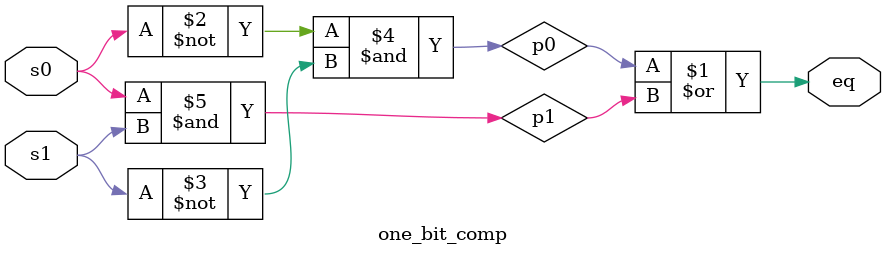
<source format=v>
module one_bit_comp(
  input s0,s1,
  output eq
);
  reg p0,p1;

  assign eq = p0|p1;
  assign p0 = ~s0 & ~s1;
  assign p1 = s0 & s1;
endmodule

</source>
